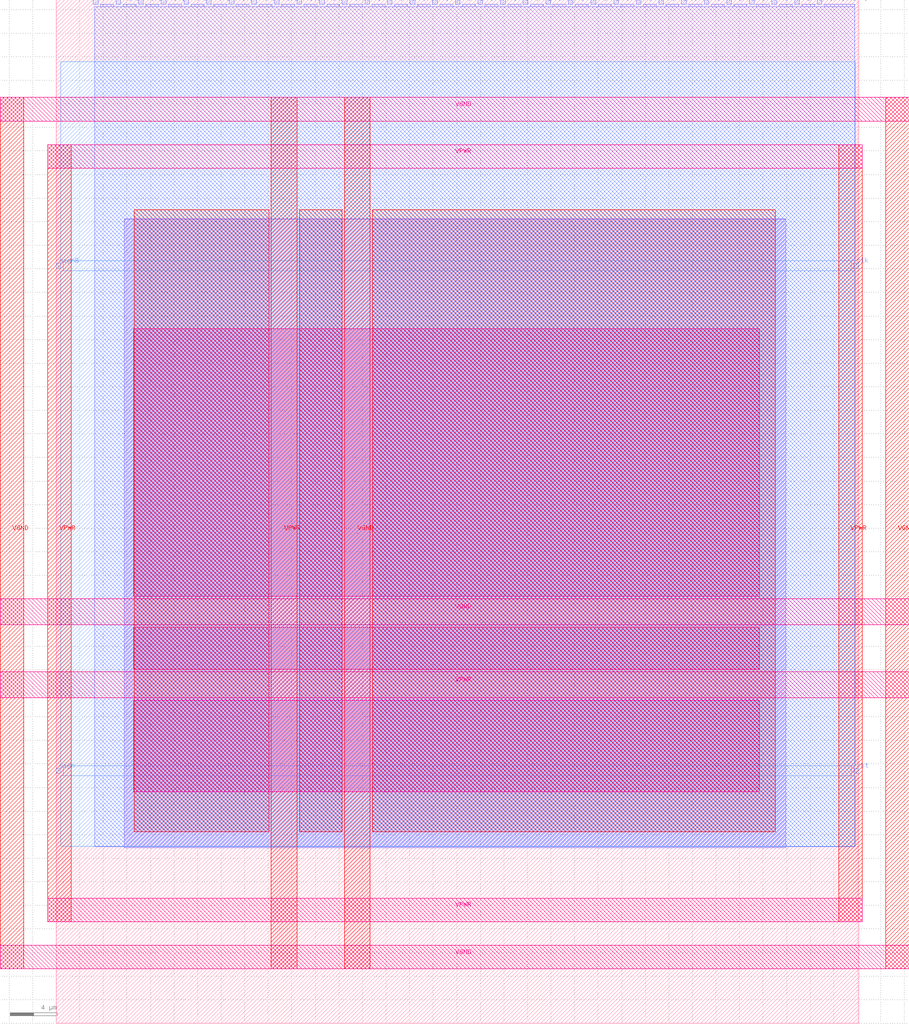
<source format=lef>
VERSION 5.7 ;
  NOWIREEXTENSIONATPIN ON ;
  DIVIDERCHAR "/" ;
  BUSBITCHARS "[]" ;
MACRO DigitalSine
  CLASS BLOCK ;
  FOREIGN DigitalSine ;
  ORIGIN 0.000 0.000 ;
  SIZE 68.110 BY 86.830 ;
  PIN VGND
    DIRECTION INOUT ;
    USE GROUND ;
    PORT
      LAYER Metal4 ;
        RECT -4.740 4.620 -2.740 78.540 ;
    END
    PORT
      LAYER Metal5 ;
        RECT -4.740 4.620 72.420 6.620 ;
    END
    PORT
      LAYER Metal5 ;
        RECT -4.740 76.540 72.420 78.540 ;
    END
    PORT
      LAYER Metal4 ;
        RECT 70.420 4.620 72.420 78.540 ;
    END
    PORT
      LAYER Metal4 ;
        RECT 24.460 4.620 26.660 78.540 ;
    END
    PORT
      LAYER Metal5 ;
        RECT -4.740 33.820 72.420 36.020 ;
    END
  END VGND
  PIN VPWR
    DIRECTION INOUT ;
    USE POWER ;
    PORT
      LAYER Metal4 ;
        RECT -0.740 8.620 1.260 74.540 ;
    END
    PORT
      LAYER Metal5 ;
        RECT -0.740 8.620 68.420 10.620 ;
    END
    PORT
      LAYER Metal5 ;
        RECT -0.740 72.540 68.420 74.540 ;
    END
    PORT
      LAYER Metal4 ;
        RECT 66.420 8.620 68.420 74.540 ;
    END
    PORT
      LAYER Metal4 ;
        RECT 18.260 4.620 20.460 78.540 ;
    END
    PORT
      LAYER Metal5 ;
        RECT -4.740 27.620 72.420 29.820 ;
    END
  END VPWR
  PIN clk
    DIRECTION INPUT ;
    USE SIGNAL ;
    ANTENNAGATEAREA 0.725400 ;
    PORT
      LAYER Metal3 ;
        RECT 67.710 64.060 68.110 64.460 ;
    END
  END clk
  PIN rst
    DIRECTION INPUT ;
    USE SIGNAL ;
    ANTENNAGATEAREA 0.180700 ;
    PORT
      LAYER Metal3 ;
        RECT 67.710 21.220 68.110 21.620 ;
    END
  END rst
  PIN sign
    DIRECTION OUTPUT ;
    USE SIGNAL ;
    ANTENNADIFFAREA 0.706800 ;
    PORT
      LAYER Metal3 ;
        RECT 0.000 21.220 0.400 21.620 ;
    END
  END sign
  PIN signB
    DIRECTION OUTPUT ;
    USE SIGNAL ;
    ANTENNADIFFAREA 0.706800 ;
    PORT
      LAYER Metal3 ;
        RECT 0.000 64.060 0.400 64.460 ;
    END
  END signB
  PIN sine_out[0]
    DIRECTION OUTPUT ;
    USE SIGNAL ;
    ANTENNADIFFAREA 0.706800 ;
    PORT
      LAYER Metal2 ;
        RECT 3.160 86.430 3.560 86.830 ;
    END
  END sine_out[0]
  PIN sine_out[10]
    DIRECTION OUTPUT ;
    USE SIGNAL ;
    ANTENNADIFFAREA 0.706800 ;
    PORT
      LAYER Metal2 ;
        RECT 22.360 86.430 22.760 86.830 ;
    END
  END sine_out[10]
  PIN sine_out[11]
    DIRECTION OUTPUT ;
    USE SIGNAL ;
    ANTENNADIFFAREA 0.706800 ;
    PORT
      LAYER Metal2 ;
        RECT 24.280 86.430 24.680 86.830 ;
    END
  END sine_out[11]
  PIN sine_out[12]
    DIRECTION OUTPUT ;
    USE SIGNAL ;
    ANTENNADIFFAREA 0.706800 ;
    PORT
      LAYER Metal2 ;
        RECT 26.200 86.430 26.600 86.830 ;
    END
  END sine_out[12]
  PIN sine_out[13]
    DIRECTION OUTPUT ;
    USE SIGNAL ;
    ANTENNADIFFAREA 0.706800 ;
    PORT
      LAYER Metal2 ;
        RECT 28.120 86.430 28.520 86.830 ;
    END
  END sine_out[13]
  PIN sine_out[14]
    DIRECTION OUTPUT ;
    USE SIGNAL ;
    ANTENNADIFFAREA 0.706800 ;
    PORT
      LAYER Metal2 ;
        RECT 30.040 86.430 30.440 86.830 ;
    END
  END sine_out[14]
  PIN sine_out[15]
    DIRECTION OUTPUT ;
    USE SIGNAL ;
    ANTENNADIFFAREA 0.706800 ;
    PORT
      LAYER Metal2 ;
        RECT 31.960 86.430 32.360 86.830 ;
    END
  END sine_out[15]
  PIN sine_out[16]
    DIRECTION OUTPUT ;
    USE SIGNAL ;
    ANTENNADIFFAREA 0.706800 ;
    PORT
      LAYER Metal2 ;
        RECT 33.880 86.430 34.280 86.830 ;
    END
  END sine_out[16]
  PIN sine_out[17]
    DIRECTION OUTPUT ;
    USE SIGNAL ;
    ANTENNADIFFAREA 0.706800 ;
    PORT
      LAYER Metal2 ;
        RECT 35.800 86.430 36.200 86.830 ;
    END
  END sine_out[17]
  PIN sine_out[18]
    DIRECTION OUTPUT ;
    USE SIGNAL ;
    ANTENNADIFFAREA 0.706800 ;
    PORT
      LAYER Metal2 ;
        RECT 37.720 86.430 38.120 86.830 ;
    END
  END sine_out[18]
  PIN sine_out[19]
    DIRECTION OUTPUT ;
    USE SIGNAL ;
    ANTENNADIFFAREA 0.706800 ;
    PORT
      LAYER Metal2 ;
        RECT 39.640 86.430 40.040 86.830 ;
    END
  END sine_out[19]
  PIN sine_out[1]
    DIRECTION OUTPUT ;
    USE SIGNAL ;
    ANTENNADIFFAREA 0.706800 ;
    PORT
      LAYER Metal2 ;
        RECT 5.080 86.430 5.480 86.830 ;
    END
  END sine_out[1]
  PIN sine_out[20]
    DIRECTION OUTPUT ;
    USE SIGNAL ;
    ANTENNADIFFAREA 0.706800 ;
    PORT
      LAYER Metal2 ;
        RECT 41.560 86.430 41.960 86.830 ;
    END
  END sine_out[20]
  PIN sine_out[21]
    DIRECTION OUTPUT ;
    USE SIGNAL ;
    ANTENNADIFFAREA 0.706800 ;
    PORT
      LAYER Metal2 ;
        RECT 43.480 86.430 43.880 86.830 ;
    END
  END sine_out[21]
  PIN sine_out[22]
    DIRECTION OUTPUT ;
    USE SIGNAL ;
    ANTENNADIFFAREA 0.706800 ;
    PORT
      LAYER Metal2 ;
        RECT 45.400 86.430 45.800 86.830 ;
    END
  END sine_out[22]
  PIN sine_out[23]
    DIRECTION OUTPUT ;
    USE SIGNAL ;
    ANTENNADIFFAREA 0.706800 ;
    PORT
      LAYER Metal2 ;
        RECT 47.320 86.430 47.720 86.830 ;
    END
  END sine_out[23]
  PIN sine_out[24]
    DIRECTION OUTPUT ;
    USE SIGNAL ;
    ANTENNADIFFAREA 0.706800 ;
    PORT
      LAYER Metal2 ;
        RECT 49.240 86.430 49.640 86.830 ;
    END
  END sine_out[24]
  PIN sine_out[25]
    DIRECTION OUTPUT ;
    USE SIGNAL ;
    ANTENNADIFFAREA 0.706800 ;
    PORT
      LAYER Metal2 ;
        RECT 51.160 86.430 51.560 86.830 ;
    END
  END sine_out[25]
  PIN sine_out[26]
    DIRECTION OUTPUT ;
    USE SIGNAL ;
    ANTENNADIFFAREA 0.706800 ;
    PORT
      LAYER Metal2 ;
        RECT 53.080 86.430 53.480 86.830 ;
    END
  END sine_out[26]
  PIN sine_out[27]
    DIRECTION OUTPUT ;
    USE SIGNAL ;
    ANTENNADIFFAREA 0.706800 ;
    PORT
      LAYER Metal2 ;
        RECT 55.000 86.430 55.400 86.830 ;
    END
  END sine_out[27]
  PIN sine_out[28]
    DIRECTION OUTPUT ;
    USE SIGNAL ;
    ANTENNADIFFAREA 0.706800 ;
    PORT
      LAYER Metal2 ;
        RECT 56.920 86.430 57.320 86.830 ;
    END
  END sine_out[28]
  PIN sine_out[29]
    DIRECTION OUTPUT ;
    USE SIGNAL ;
    ANTENNADIFFAREA 0.706800 ;
    PORT
      LAYER Metal2 ;
        RECT 58.840 86.430 59.240 86.830 ;
    END
  END sine_out[29]
  PIN sine_out[2]
    DIRECTION OUTPUT ;
    USE SIGNAL ;
    ANTENNADIFFAREA 0.706800 ;
    PORT
      LAYER Metal2 ;
        RECT 7.000 86.430 7.400 86.830 ;
    END
  END sine_out[2]
  PIN sine_out[30]
    DIRECTION OUTPUT ;
    USE SIGNAL ;
    ANTENNADIFFAREA 0.706800 ;
    PORT
      LAYER Metal2 ;
        RECT 60.760 86.430 61.160 86.830 ;
    END
  END sine_out[30]
  PIN sine_out[31]
    DIRECTION OUTPUT ;
    USE SIGNAL ;
    ANTENNADIFFAREA 0.706800 ;
    PORT
      LAYER Metal2 ;
        RECT 62.680 86.430 63.080 86.830 ;
    END
  END sine_out[31]
  PIN sine_out[32]
    DIRECTION OUTPUT ;
    USE SIGNAL ;
    ANTENNADIFFAREA 0.706800 ;
    PORT
      LAYER Metal2 ;
        RECT 64.600 86.430 65.000 86.830 ;
    END
  END sine_out[32]
  PIN sine_out[3]
    DIRECTION OUTPUT ;
    USE SIGNAL ;
    ANTENNADIFFAREA 0.706800 ;
    PORT
      LAYER Metal2 ;
        RECT 8.920 86.430 9.320 86.830 ;
    END
  END sine_out[3]
  PIN sine_out[4]
    DIRECTION OUTPUT ;
    USE SIGNAL ;
    ANTENNADIFFAREA 0.706800 ;
    PORT
      LAYER Metal2 ;
        RECT 10.840 86.430 11.240 86.830 ;
    END
  END sine_out[4]
  PIN sine_out[5]
    DIRECTION OUTPUT ;
    USE SIGNAL ;
    ANTENNADIFFAREA 0.706800 ;
    PORT
      LAYER Metal2 ;
        RECT 12.760 86.430 13.160 86.830 ;
    END
  END sine_out[5]
  PIN sine_out[6]
    DIRECTION OUTPUT ;
    USE SIGNAL ;
    ANTENNADIFFAREA 0.706800 ;
    PORT
      LAYER Metal2 ;
        RECT 14.680 86.430 15.080 86.830 ;
    END
  END sine_out[6]
  PIN sine_out[7]
    DIRECTION OUTPUT ;
    USE SIGNAL ;
    ANTENNADIFFAREA 0.706800 ;
    PORT
      LAYER Metal2 ;
        RECT 16.600 86.430 17.000 86.830 ;
    END
  END sine_out[7]
  PIN sine_out[8]
    DIRECTION OUTPUT ;
    USE SIGNAL ;
    ANTENNADIFFAREA 0.706800 ;
    PORT
      LAYER Metal2 ;
        RECT 18.520 86.430 18.920 86.830 ;
    END
  END sine_out[8]
  PIN sine_out[9]
    DIRECTION OUTPUT ;
    USE SIGNAL ;
    ANTENNADIFFAREA 0.706800 ;
    PORT
      LAYER Metal2 ;
        RECT 20.440 86.430 20.840 86.830 ;
    END
  END sine_out[9]
  OBS
      LAYER GatPoly ;
        RECT 5.760 14.970 61.920 68.190 ;
      LAYER Metal1 ;
        RECT 5.760 14.900 61.920 68.260 ;
      LAYER Metal2 ;
        RECT 3.770 86.220 4.870 86.430 ;
        RECT 5.690 86.220 6.790 86.430 ;
        RECT 7.610 86.220 8.710 86.430 ;
        RECT 9.530 86.220 10.630 86.430 ;
        RECT 11.450 86.220 12.550 86.430 ;
        RECT 13.370 86.220 14.470 86.430 ;
        RECT 15.290 86.220 16.390 86.430 ;
        RECT 17.210 86.220 18.310 86.430 ;
        RECT 19.130 86.220 20.230 86.430 ;
        RECT 21.050 86.220 22.150 86.430 ;
        RECT 22.970 86.220 24.070 86.430 ;
        RECT 24.890 86.220 25.990 86.430 ;
        RECT 26.810 86.220 27.910 86.430 ;
        RECT 28.730 86.220 29.830 86.430 ;
        RECT 30.650 86.220 31.750 86.430 ;
        RECT 32.570 86.220 33.670 86.430 ;
        RECT 34.490 86.220 35.590 86.430 ;
        RECT 36.410 86.220 37.510 86.430 ;
        RECT 38.330 86.220 39.430 86.430 ;
        RECT 40.250 86.220 41.350 86.430 ;
        RECT 42.170 86.220 43.270 86.430 ;
        RECT 44.090 86.220 45.190 86.430 ;
        RECT 46.010 86.220 47.110 86.430 ;
        RECT 47.930 86.220 49.030 86.430 ;
        RECT 49.850 86.220 50.950 86.430 ;
        RECT 51.770 86.220 52.870 86.430 ;
        RECT 53.690 86.220 54.790 86.430 ;
        RECT 55.610 86.220 56.710 86.430 ;
        RECT 57.530 86.220 58.630 86.430 ;
        RECT 59.450 86.220 60.550 86.430 ;
        RECT 61.370 86.220 62.470 86.430 ;
        RECT 63.290 86.220 64.390 86.430 ;
        RECT 65.210 86.220 67.785 86.430 ;
        RECT 3.255 14.975 67.785 86.220 ;
      LAYER Metal3 ;
        RECT 0.400 64.670 67.825 81.580 ;
        RECT 0.610 63.850 67.500 64.670 ;
        RECT 0.400 21.830 67.825 63.850 ;
        RECT 0.610 21.010 67.500 21.830 ;
        RECT 0.400 15.020 67.825 21.010 ;
      LAYER Metal4 ;
        RECT 6.615 16.235 18.050 69.025 ;
        RECT 20.670 16.235 24.250 69.025 ;
        RECT 26.870 16.235 61.060 69.025 ;
      LAYER Metal5 ;
        RECT 6.575 36.230 59.665 58.900 ;
        RECT 6.575 30.030 59.665 33.610 ;
        RECT 6.575 19.640 59.665 27.410 ;
  END
END DigitalSine
END LIBRARY


</source>
